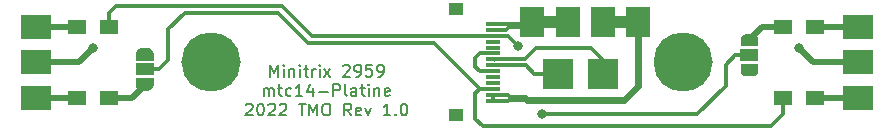
<source format=gtl>
%TF.GenerationSoftware,KiCad,Pcbnew,(5.1.10-1-10_14)*%
%TF.CreationDate,2022-10-05T19:31:58+02:00*%
%TF.ProjectId,MTX2959,4d545832-3935-4392-9e6b-696361645f70,1.0*%
%TF.SameCoordinates,Original*%
%TF.FileFunction,Copper,L1,Top*%
%TF.FilePolarity,Positive*%
%FSLAX46Y46*%
G04 Gerber Fmt 4.6, Leading zero omitted, Abs format (unit mm)*
G04 Created by KiCad (PCBNEW (5.1.10-1-10_14)) date 2022-10-05 19:31:58*
%MOMM*%
%LPD*%
G01*
G04 APERTURE LIST*
%TA.AperFunction,NonConductor*%
%ADD10C,0.150000*%
%TD*%
%TA.AperFunction,SMDPad,CuDef*%
%ADD11R,1.150000X1.100000*%
%TD*%
%TA.AperFunction,SMDPad,CuDef*%
%ADD12R,1.250000X0.300000*%
%TD*%
%TA.AperFunction,SMDPad,CuDef*%
%ADD13C,0.150000*%
%TD*%
%TA.AperFunction,SMDPad,CuDef*%
%ADD14R,1.500000X1.000000*%
%TD*%
%TA.AperFunction,SMDPad,CuDef*%
%ADD15R,1.500000X1.300000*%
%TD*%
%TA.AperFunction,SMDPad,CuDef*%
%ADD16R,2.000000X2.500000*%
%TD*%
%TA.AperFunction,SMDPad,CuDef*%
%ADD17R,2.500000X2.500000*%
%TD*%
%TA.AperFunction,SMDPad,CuDef*%
%ADD18R,2.500000X2.000000*%
%TD*%
%TA.AperFunction,ComponentPad*%
%ADD19C,5.000000*%
%TD*%
%TA.AperFunction,ViaPad*%
%ADD20C,0.800000*%
%TD*%
%TA.AperFunction,Conductor*%
%ADD21C,0.250000*%
%TD*%
%TA.AperFunction,Conductor*%
%ADD22C,1.000000*%
%TD*%
%TA.AperFunction,Conductor*%
%ADD23C,0.300000*%
%TD*%
%TA.AperFunction,Conductor*%
%ADD24C,0.500000*%
%TD*%
%TA.AperFunction,Conductor*%
%ADD25C,0.600000*%
%TD*%
G04 APERTURE END LIST*
D10*
X97014285Y-87202380D02*
X97014285Y-86202380D01*
X97347619Y-86916666D01*
X97680952Y-86202380D01*
X97680952Y-87202380D01*
X98157142Y-87202380D02*
X98157142Y-86535714D01*
X98157142Y-86202380D02*
X98109523Y-86250000D01*
X98157142Y-86297619D01*
X98204761Y-86250000D01*
X98157142Y-86202380D01*
X98157142Y-86297619D01*
X98633333Y-86535714D02*
X98633333Y-87202380D01*
X98633333Y-86630952D02*
X98680952Y-86583333D01*
X98776190Y-86535714D01*
X98919047Y-86535714D01*
X99014285Y-86583333D01*
X99061904Y-86678571D01*
X99061904Y-87202380D01*
X99538095Y-87202380D02*
X99538095Y-86535714D01*
X99538095Y-86202380D02*
X99490476Y-86250000D01*
X99538095Y-86297619D01*
X99585714Y-86250000D01*
X99538095Y-86202380D01*
X99538095Y-86297619D01*
X99871428Y-86535714D02*
X100252380Y-86535714D01*
X100014285Y-86202380D02*
X100014285Y-87059523D01*
X100061904Y-87154761D01*
X100157142Y-87202380D01*
X100252380Y-87202380D01*
X100585714Y-87202380D02*
X100585714Y-86535714D01*
X100585714Y-86726190D02*
X100633333Y-86630952D01*
X100680952Y-86583333D01*
X100776190Y-86535714D01*
X100871428Y-86535714D01*
X101204761Y-87202380D02*
X101204761Y-86535714D01*
X101204761Y-86202380D02*
X101157142Y-86250000D01*
X101204761Y-86297619D01*
X101252380Y-86250000D01*
X101204761Y-86202380D01*
X101204761Y-86297619D01*
X101585714Y-87202380D02*
X102109523Y-86535714D01*
X101585714Y-86535714D02*
X102109523Y-87202380D01*
X103204761Y-86297619D02*
X103252380Y-86250000D01*
X103347619Y-86202380D01*
X103585714Y-86202380D01*
X103680952Y-86250000D01*
X103728571Y-86297619D01*
X103776190Y-86392857D01*
X103776190Y-86488095D01*
X103728571Y-86630952D01*
X103157142Y-87202380D01*
X103776190Y-87202380D01*
X104252380Y-87202380D02*
X104442857Y-87202380D01*
X104538095Y-87154761D01*
X104585714Y-87107142D01*
X104680952Y-86964285D01*
X104728571Y-86773809D01*
X104728571Y-86392857D01*
X104680952Y-86297619D01*
X104633333Y-86250000D01*
X104538095Y-86202380D01*
X104347619Y-86202380D01*
X104252380Y-86250000D01*
X104204761Y-86297619D01*
X104157142Y-86392857D01*
X104157142Y-86630952D01*
X104204761Y-86726190D01*
X104252380Y-86773809D01*
X104347619Y-86821428D01*
X104538095Y-86821428D01*
X104633333Y-86773809D01*
X104680952Y-86726190D01*
X104728571Y-86630952D01*
X105633333Y-86202380D02*
X105157142Y-86202380D01*
X105109523Y-86678571D01*
X105157142Y-86630952D01*
X105252380Y-86583333D01*
X105490476Y-86583333D01*
X105585714Y-86630952D01*
X105633333Y-86678571D01*
X105680952Y-86773809D01*
X105680952Y-87011904D01*
X105633333Y-87107142D01*
X105585714Y-87154761D01*
X105490476Y-87202380D01*
X105252380Y-87202380D01*
X105157142Y-87154761D01*
X105109523Y-87107142D01*
X106157142Y-87202380D02*
X106347619Y-87202380D01*
X106442857Y-87154761D01*
X106490476Y-87107142D01*
X106585714Y-86964285D01*
X106633333Y-86773809D01*
X106633333Y-86392857D01*
X106585714Y-86297619D01*
X106538095Y-86250000D01*
X106442857Y-86202380D01*
X106252380Y-86202380D01*
X106157142Y-86250000D01*
X106109523Y-86297619D01*
X106061904Y-86392857D01*
X106061904Y-86630952D01*
X106109523Y-86726190D01*
X106157142Y-86773809D01*
X106252380Y-86821428D01*
X106442857Y-86821428D01*
X106538095Y-86773809D01*
X106585714Y-86726190D01*
X106633333Y-86630952D01*
X96466666Y-88852380D02*
X96466666Y-88185714D01*
X96466666Y-88280952D02*
X96514285Y-88233333D01*
X96609523Y-88185714D01*
X96752380Y-88185714D01*
X96847619Y-88233333D01*
X96895238Y-88328571D01*
X96895238Y-88852380D01*
X96895238Y-88328571D02*
X96942857Y-88233333D01*
X97038095Y-88185714D01*
X97180952Y-88185714D01*
X97276190Y-88233333D01*
X97323809Y-88328571D01*
X97323809Y-88852380D01*
X97657142Y-88185714D02*
X98038095Y-88185714D01*
X97800000Y-87852380D02*
X97800000Y-88709523D01*
X97847619Y-88804761D01*
X97942857Y-88852380D01*
X98038095Y-88852380D01*
X98800000Y-88804761D02*
X98704761Y-88852380D01*
X98514285Y-88852380D01*
X98419047Y-88804761D01*
X98371428Y-88757142D01*
X98323809Y-88661904D01*
X98323809Y-88376190D01*
X98371428Y-88280952D01*
X98419047Y-88233333D01*
X98514285Y-88185714D01*
X98704761Y-88185714D01*
X98800000Y-88233333D01*
X99752380Y-88852380D02*
X99180952Y-88852380D01*
X99466666Y-88852380D02*
X99466666Y-87852380D01*
X99371428Y-87995238D01*
X99276190Y-88090476D01*
X99180952Y-88138095D01*
X100609523Y-88185714D02*
X100609523Y-88852380D01*
X100371428Y-87804761D02*
X100133333Y-88519047D01*
X100752380Y-88519047D01*
X101133333Y-88471428D02*
X101895238Y-88471428D01*
X102371428Y-88852380D02*
X102371428Y-87852380D01*
X102752380Y-87852380D01*
X102847619Y-87900000D01*
X102895238Y-87947619D01*
X102942857Y-88042857D01*
X102942857Y-88185714D01*
X102895238Y-88280952D01*
X102847619Y-88328571D01*
X102752380Y-88376190D01*
X102371428Y-88376190D01*
X103514285Y-88852380D02*
X103419047Y-88804761D01*
X103371428Y-88709523D01*
X103371428Y-87852380D01*
X104323809Y-88852380D02*
X104323809Y-88328571D01*
X104276190Y-88233333D01*
X104180952Y-88185714D01*
X103990476Y-88185714D01*
X103895238Y-88233333D01*
X104323809Y-88804761D02*
X104228571Y-88852380D01*
X103990476Y-88852380D01*
X103895238Y-88804761D01*
X103847619Y-88709523D01*
X103847619Y-88614285D01*
X103895238Y-88519047D01*
X103990476Y-88471428D01*
X104228571Y-88471428D01*
X104323809Y-88423809D01*
X104657142Y-88185714D02*
X105038095Y-88185714D01*
X104800000Y-87852380D02*
X104800000Y-88709523D01*
X104847619Y-88804761D01*
X104942857Y-88852380D01*
X105038095Y-88852380D01*
X105371428Y-88852380D02*
X105371428Y-88185714D01*
X105371428Y-87852380D02*
X105323809Y-87900000D01*
X105371428Y-87947619D01*
X105419047Y-87900000D01*
X105371428Y-87852380D01*
X105371428Y-87947619D01*
X105847619Y-88185714D02*
X105847619Y-88852380D01*
X105847619Y-88280952D02*
X105895238Y-88233333D01*
X105990476Y-88185714D01*
X106133333Y-88185714D01*
X106228571Y-88233333D01*
X106276190Y-88328571D01*
X106276190Y-88852380D01*
X107133333Y-88804761D02*
X107038095Y-88852380D01*
X106847619Y-88852380D01*
X106752380Y-88804761D01*
X106704761Y-88709523D01*
X106704761Y-88328571D01*
X106752380Y-88233333D01*
X106847619Y-88185714D01*
X107038095Y-88185714D01*
X107133333Y-88233333D01*
X107180952Y-88328571D01*
X107180952Y-88423809D01*
X106704761Y-88519047D01*
X94966666Y-89597619D02*
X95014285Y-89550000D01*
X95109523Y-89502380D01*
X95347619Y-89502380D01*
X95442857Y-89550000D01*
X95490476Y-89597619D01*
X95538095Y-89692857D01*
X95538095Y-89788095D01*
X95490476Y-89930952D01*
X94919047Y-90502380D01*
X95538095Y-90502380D01*
X96157142Y-89502380D02*
X96252380Y-89502380D01*
X96347619Y-89550000D01*
X96395238Y-89597619D01*
X96442857Y-89692857D01*
X96490476Y-89883333D01*
X96490476Y-90121428D01*
X96442857Y-90311904D01*
X96395238Y-90407142D01*
X96347619Y-90454761D01*
X96252380Y-90502380D01*
X96157142Y-90502380D01*
X96061904Y-90454761D01*
X96014285Y-90407142D01*
X95966666Y-90311904D01*
X95919047Y-90121428D01*
X95919047Y-89883333D01*
X95966666Y-89692857D01*
X96014285Y-89597619D01*
X96061904Y-89550000D01*
X96157142Y-89502380D01*
X96871428Y-89597619D02*
X96919047Y-89550000D01*
X97014285Y-89502380D01*
X97252380Y-89502380D01*
X97347619Y-89550000D01*
X97395238Y-89597619D01*
X97442857Y-89692857D01*
X97442857Y-89788095D01*
X97395238Y-89930952D01*
X96823809Y-90502380D01*
X97442857Y-90502380D01*
X97823809Y-89597619D02*
X97871428Y-89550000D01*
X97966666Y-89502380D01*
X98204761Y-89502380D01*
X98300000Y-89550000D01*
X98347619Y-89597619D01*
X98395238Y-89692857D01*
X98395238Y-89788095D01*
X98347619Y-89930952D01*
X97776190Y-90502380D01*
X98395238Y-90502380D01*
X99442857Y-89502380D02*
X100014285Y-89502380D01*
X99728571Y-90502380D02*
X99728571Y-89502380D01*
X100347619Y-90502380D02*
X100347619Y-89502380D01*
X100680952Y-90216666D01*
X101014285Y-89502380D01*
X101014285Y-90502380D01*
X101680952Y-89502380D02*
X101871428Y-89502380D01*
X101966666Y-89550000D01*
X102061904Y-89645238D01*
X102109523Y-89835714D01*
X102109523Y-90169047D01*
X102061904Y-90359523D01*
X101966666Y-90454761D01*
X101871428Y-90502380D01*
X101680952Y-90502380D01*
X101585714Y-90454761D01*
X101490476Y-90359523D01*
X101442857Y-90169047D01*
X101442857Y-89835714D01*
X101490476Y-89645238D01*
X101585714Y-89550000D01*
X101680952Y-89502380D01*
X103871428Y-90502380D02*
X103538095Y-90026190D01*
X103300000Y-90502380D02*
X103300000Y-89502380D01*
X103680952Y-89502380D01*
X103776190Y-89550000D01*
X103823809Y-89597619D01*
X103871428Y-89692857D01*
X103871428Y-89835714D01*
X103823809Y-89930952D01*
X103776190Y-89978571D01*
X103680952Y-90026190D01*
X103300000Y-90026190D01*
X104680952Y-90454761D02*
X104585714Y-90502380D01*
X104395238Y-90502380D01*
X104300000Y-90454761D01*
X104252380Y-90359523D01*
X104252380Y-89978571D01*
X104300000Y-89883333D01*
X104395238Y-89835714D01*
X104585714Y-89835714D01*
X104680952Y-89883333D01*
X104728571Y-89978571D01*
X104728571Y-90073809D01*
X104252380Y-90169047D01*
X105061904Y-89835714D02*
X105300000Y-90502380D01*
X105538095Y-89835714D01*
X107204761Y-90502380D02*
X106633333Y-90502380D01*
X106919047Y-90502380D02*
X106919047Y-89502380D01*
X106823809Y-89645238D01*
X106728571Y-89740476D01*
X106633333Y-89788095D01*
X107633333Y-90407142D02*
X107680952Y-90454761D01*
X107633333Y-90502380D01*
X107585714Y-90454761D01*
X107633333Y-90407142D01*
X107633333Y-90502380D01*
X108300000Y-89502380D02*
X108395238Y-89502380D01*
X108490476Y-89550000D01*
X108538095Y-89597619D01*
X108585714Y-89692857D01*
X108633333Y-89883333D01*
X108633333Y-90121428D01*
X108585714Y-90311904D01*
X108538095Y-90407142D01*
X108490476Y-90454761D01*
X108395238Y-90502380D01*
X108300000Y-90502380D01*
X108204761Y-90454761D01*
X108157142Y-90407142D01*
X108109523Y-90311904D01*
X108061904Y-90121428D01*
X108061904Y-89883333D01*
X108109523Y-89692857D01*
X108157142Y-89597619D01*
X108204761Y-89550000D01*
X108300000Y-89502380D01*
D11*
%TO.P,J1,16*%
%TO.N,N/C*%
X112795000Y-81500000D03*
%TO.P,J1,15*%
X112795000Y-90500000D03*
D12*
%TO.P,J1,14*%
%TO.N,G1*%
X115905000Y-89250000D03*
%TO.P,J1,13*%
X115905000Y-88750000D03*
%TO.P,J1,12*%
%TO.N,LR*%
X115905000Y-88250000D03*
%TO.P,J1,11*%
%TO.N,N/C*%
X115905000Y-87750000D03*
%TO.P,J1,10*%
X115905000Y-87250000D03*
%TO.P,J1,9*%
%TO.N,GND*%
X115905000Y-86750000D03*
%TO.P,J1,8*%
%TO.N,M1*%
X115905000Y-86250000D03*
%TO.P,J1,7*%
%TO.N,M2*%
X115905000Y-85750000D03*
%TO.P,J1,6*%
%TO.N,GND*%
X115905000Y-85250000D03*
%TO.P,J1,5*%
%TO.N,N/C*%
X115905000Y-84750000D03*
%TO.P,J1,4*%
X115905000Y-84250000D03*
%TO.P,J1,3*%
%TO.N,LV*%
X115905000Y-83750000D03*
%TO.P,J1,2*%
%TO.N,G2*%
X115905000Y-83250000D03*
%TO.P,J1,1*%
X115900000Y-82750000D03*
%TD*%
%TA.AperFunction,SMDPad,CuDef*%
D13*
%TO.P,JP1,1*%
%TO.N,Net-(JP1-Pad1)*%
G36*
X136850000Y-84650000D02*
G01*
X136850000Y-84100000D01*
X136850602Y-84100000D01*
X136850602Y-84075466D01*
X136855412Y-84026635D01*
X136864984Y-83978510D01*
X136879228Y-83931555D01*
X136898005Y-83886222D01*
X136921136Y-83842949D01*
X136948396Y-83802150D01*
X136979524Y-83764221D01*
X137014221Y-83729524D01*
X137052150Y-83698396D01*
X137092949Y-83671136D01*
X137136222Y-83648005D01*
X137181555Y-83629228D01*
X137228510Y-83614984D01*
X137276635Y-83605412D01*
X137325466Y-83600602D01*
X137350000Y-83600602D01*
X137350000Y-83600000D01*
X137850000Y-83600000D01*
X137850000Y-83600602D01*
X137874534Y-83600602D01*
X137923365Y-83605412D01*
X137971490Y-83614984D01*
X138018445Y-83629228D01*
X138063778Y-83648005D01*
X138107051Y-83671136D01*
X138147850Y-83698396D01*
X138185779Y-83729524D01*
X138220476Y-83764221D01*
X138251604Y-83802150D01*
X138278864Y-83842949D01*
X138301995Y-83886222D01*
X138320772Y-83931555D01*
X138335016Y-83978510D01*
X138344588Y-84026635D01*
X138349398Y-84075466D01*
X138349398Y-84100000D01*
X138350000Y-84100000D01*
X138350000Y-84650000D01*
X136850000Y-84650000D01*
G37*
%TD.AperFunction*%
%TA.AperFunction,SMDPad,CuDef*%
%TO.P,JP1,3*%
%TO.N,Net-(J31-Pad1)*%
G36*
X138349398Y-86700000D02*
G01*
X138349398Y-86724534D01*
X138344588Y-86773365D01*
X138335016Y-86821490D01*
X138320772Y-86868445D01*
X138301995Y-86913778D01*
X138278864Y-86957051D01*
X138251604Y-86997850D01*
X138220476Y-87035779D01*
X138185779Y-87070476D01*
X138147850Y-87101604D01*
X138107051Y-87128864D01*
X138063778Y-87151995D01*
X138018445Y-87170772D01*
X137971490Y-87185016D01*
X137923365Y-87194588D01*
X137874534Y-87199398D01*
X137850000Y-87199398D01*
X137850000Y-87200000D01*
X137350000Y-87200000D01*
X137350000Y-87199398D01*
X137325466Y-87199398D01*
X137276635Y-87194588D01*
X137228510Y-87185016D01*
X137181555Y-87170772D01*
X137136222Y-87151995D01*
X137092949Y-87128864D01*
X137052150Y-87101604D01*
X137014221Y-87070476D01*
X136979524Y-87035779D01*
X136948396Y-86997850D01*
X136921136Y-86957051D01*
X136898005Y-86913778D01*
X136879228Y-86868445D01*
X136864984Y-86821490D01*
X136855412Y-86773365D01*
X136850602Y-86724534D01*
X136850602Y-86700000D01*
X136850000Y-86700000D01*
X136850000Y-86150000D01*
X138350000Y-86150000D01*
X138350000Y-86700000D01*
X138349398Y-86700000D01*
G37*
%TD.AperFunction*%
D14*
%TO.P,JP1,2*%
%TO.N,LV*%
X137600000Y-85400000D03*
%TD*%
%TO.P,JP2,2*%
%TO.N,LR*%
X86400000Y-86600000D03*
%TA.AperFunction,SMDPad,CuDef*%
D13*
%TO.P,JP2,3*%
%TO.N,Net-(JP2-Pad3)*%
G36*
X87149398Y-87900000D02*
G01*
X87149398Y-87924534D01*
X87144588Y-87973365D01*
X87135016Y-88021490D01*
X87120772Y-88068445D01*
X87101995Y-88113778D01*
X87078864Y-88157051D01*
X87051604Y-88197850D01*
X87020476Y-88235779D01*
X86985779Y-88270476D01*
X86947850Y-88301604D01*
X86907051Y-88328864D01*
X86863778Y-88351995D01*
X86818445Y-88370772D01*
X86771490Y-88385016D01*
X86723365Y-88394588D01*
X86674534Y-88399398D01*
X86650000Y-88399398D01*
X86650000Y-88400000D01*
X86150000Y-88400000D01*
X86150000Y-88399398D01*
X86125466Y-88399398D01*
X86076635Y-88394588D01*
X86028510Y-88385016D01*
X85981555Y-88370772D01*
X85936222Y-88351995D01*
X85892949Y-88328864D01*
X85852150Y-88301604D01*
X85814221Y-88270476D01*
X85779524Y-88235779D01*
X85748396Y-88197850D01*
X85721136Y-88157051D01*
X85698005Y-88113778D01*
X85679228Y-88068445D01*
X85664984Y-88021490D01*
X85655412Y-87973365D01*
X85650602Y-87924534D01*
X85650602Y-87900000D01*
X85650000Y-87900000D01*
X85650000Y-87350000D01*
X87150000Y-87350000D01*
X87150000Y-87900000D01*
X87149398Y-87900000D01*
G37*
%TD.AperFunction*%
%TA.AperFunction,SMDPad,CuDef*%
%TO.P,JP2,1*%
%TO.N,Net-(J41-Pad1)*%
G36*
X85650000Y-85850000D02*
G01*
X85650000Y-85300000D01*
X85650602Y-85300000D01*
X85650602Y-85275466D01*
X85655412Y-85226635D01*
X85664984Y-85178510D01*
X85679228Y-85131555D01*
X85698005Y-85086222D01*
X85721136Y-85042949D01*
X85748396Y-85002150D01*
X85779524Y-84964221D01*
X85814221Y-84929524D01*
X85852150Y-84898396D01*
X85892949Y-84871136D01*
X85936222Y-84848005D01*
X85981555Y-84829228D01*
X86028510Y-84814984D01*
X86076635Y-84805412D01*
X86125466Y-84800602D01*
X86150000Y-84800602D01*
X86150000Y-84800000D01*
X86650000Y-84800000D01*
X86650000Y-84800602D01*
X86674534Y-84800602D01*
X86723365Y-84805412D01*
X86771490Y-84814984D01*
X86818445Y-84829228D01*
X86863778Y-84848005D01*
X86907051Y-84871136D01*
X86947850Y-84898396D01*
X86985779Y-84929524D01*
X87020476Y-84964221D01*
X87051604Y-85002150D01*
X87078864Y-85042949D01*
X87101995Y-85086222D01*
X87120772Y-85131555D01*
X87135016Y-85178510D01*
X87144588Y-85226635D01*
X87149398Y-85275466D01*
X87149398Y-85300000D01*
X87150000Y-85300000D01*
X87150000Y-85850000D01*
X85650000Y-85850000D01*
G37*
%TD.AperFunction*%
%TD*%
D15*
%TO.P,R1,2*%
%TO.N,Net-(J32-Pad1)*%
X143150000Y-83000000D03*
%TO.P,R1,1*%
%TO.N,Net-(JP1-Pad1)*%
X140450000Y-83000000D03*
%TD*%
%TO.P,R2,1*%
%TO.N,LR*%
X140450000Y-89000000D03*
%TO.P,R2,2*%
%TO.N,Net-(J34-Pad1)*%
X143150000Y-89000000D03*
%TD*%
%TO.P,R3,2*%
%TO.N,Net-(J42-Pad1)*%
X80650000Y-89000000D03*
%TO.P,R3,1*%
%TO.N,Net-(JP2-Pad3)*%
X83350000Y-89000000D03*
%TD*%
%TO.P,R4,1*%
%TO.N,LV*%
X83350000Y-83000000D03*
%TO.P,R4,2*%
%TO.N,Net-(J44-Pad1)*%
X80650000Y-83000000D03*
%TD*%
D16*
%TO.P,J11,1*%
%TO.N,G1*%
X125200000Y-82600000D03*
%TD*%
%TO.P,J12,1*%
%TO.N,G1*%
X128200000Y-82600000D03*
%TD*%
%TO.P,J13,1*%
%TO.N,G2*%
X119200000Y-82600000D03*
%TD*%
%TO.P,J14,1*%
%TO.N,G2*%
X122200000Y-82600000D03*
%TD*%
D17*
%TO.P,J21,1*%
%TO.N,M1*%
X121400000Y-87000000D03*
%TD*%
%TO.P,J22,1*%
%TO.N,M2*%
X125200000Y-87000000D03*
%TD*%
D18*
%TO.P,J32,1*%
%TO.N,Net-(J32-Pad1)*%
X146800000Y-83000000D03*
%TD*%
%TO.P,J33,1*%
%TO.N,G2*%
X146800000Y-86000000D03*
%TD*%
%TO.P,J34,1*%
%TO.N,Net-(J34-Pad1)*%
X146800000Y-89000000D03*
%TD*%
%TO.P,J42,1*%
%TO.N,Net-(J42-Pad1)*%
X77200000Y-89000000D03*
%TD*%
%TO.P,J43,1*%
%TO.N,G2*%
X77200000Y-86000000D03*
%TD*%
%TO.P,J44,1*%
%TO.N,Net-(J44-Pad1)*%
X77200000Y-83000000D03*
%TD*%
D19*
%TO.P,H1,1*%
%TO.N,G2*%
X132000000Y-86000000D03*
%TD*%
%TO.P,H2,1*%
%TO.N,G2*%
X92000000Y-86000000D03*
%TD*%
D20*
%TO.N,G2*%
X94100000Y-86000000D03*
X89900000Y-86000000D03*
X129900000Y-86000000D03*
X134100000Y-86000000D03*
X122200000Y-82600000D03*
X119200000Y-82600000D03*
X82000000Y-84800000D03*
X141800000Y-84800000D03*
%TO.N,LV*%
X118000000Y-84599999D03*
X120000002Y-90400000D03*
%TO.N,Net-(J31-Pad1)*%
X137600000Y-86700000D03*
%TO.N,Net-(J41-Pad1)*%
X86400000Y-85400000D03*
%TD*%
D21*
%TO.N,G2*%
X115905000Y-82755000D02*
X115900000Y-82750000D01*
X115900000Y-83245000D02*
X115905000Y-83250000D01*
D22*
X119200000Y-82600000D02*
X122200000Y-82600000D01*
D23*
X119050000Y-82750000D02*
X119200000Y-82600000D01*
X115900000Y-82750000D02*
X119050000Y-82750000D01*
X115905000Y-83250000D02*
X116950000Y-83250000D01*
X116950000Y-83250000D02*
X117200000Y-83000000D01*
X118800000Y-83000000D02*
X119200000Y-82600000D01*
X117200000Y-83000000D02*
X118800000Y-83000000D01*
D24*
X143000000Y-86000000D02*
X141800000Y-84800000D01*
X146800000Y-86000000D02*
X143000000Y-86000000D01*
X80800000Y-86000000D02*
X82000000Y-84800000D01*
X77200000Y-86000000D02*
X80800000Y-86000000D01*
D22*
%TO.N,G1*%
X125200000Y-82600000D02*
X128200000Y-82600000D01*
D23*
X115905000Y-88750000D02*
X115905000Y-89250000D01*
D25*
X127000000Y-89200000D02*
X118800000Y-89200000D01*
X128200000Y-88000000D02*
X127000000Y-89200000D01*
X118600000Y-89000000D02*
X117400000Y-89000000D01*
X118800000Y-89200000D02*
X118600000Y-89000000D01*
X128200000Y-82600000D02*
X128200000Y-88000000D01*
D23*
X117150000Y-88750000D02*
X117400000Y-89000000D01*
X115905000Y-88750000D02*
X117150000Y-88750000D01*
X117150000Y-89250000D02*
X117400000Y-89000000D01*
X115905000Y-89250000D02*
X117150000Y-89250000D01*
D21*
%TO.N,LR*%
X115850000Y-88250000D02*
X115825001Y-88225001D01*
X115905000Y-88250000D02*
X115850000Y-88250000D01*
D23*
X115905000Y-88250000D02*
X114750000Y-88250000D01*
X114400000Y-90800000D02*
X115000000Y-91400000D01*
X139400000Y-91400000D02*
X140450000Y-90350000D01*
X140450000Y-90350000D02*
X140450000Y-89000000D01*
X114400000Y-88600000D02*
X114400000Y-90800000D01*
X115000000Y-91400000D02*
X139400000Y-91400000D01*
X114750000Y-88250000D02*
X114400000Y-88600000D01*
X87625000Y-86600000D02*
X86400000Y-86600000D01*
X88400000Y-85825000D02*
X87625000Y-86600000D01*
X88400000Y-83200000D02*
X88400000Y-85825000D01*
X89800000Y-81800000D02*
X88400000Y-83200000D01*
X97646440Y-81800000D02*
X89800000Y-81800000D01*
X110900000Y-84400000D02*
X100246440Y-84400000D01*
X100246440Y-84400000D02*
X97646440Y-81800000D01*
X114750000Y-88250000D02*
X110900000Y-84400000D01*
%TO.N,GND*%
X114400000Y-85600000D02*
X114400000Y-86400000D01*
X114750000Y-86750000D02*
X115905000Y-86750000D01*
X114400000Y-86400000D02*
X114750000Y-86750000D01*
X114750000Y-85250000D02*
X114400000Y-85600000D01*
X115905000Y-85250000D02*
X114750000Y-85250000D01*
%TO.N,M1*%
X115905000Y-86250000D02*
X118650000Y-86250000D01*
X118650000Y-86250000D02*
X119400000Y-87000000D01*
X119400000Y-87000000D02*
X121400000Y-87000000D01*
D21*
%TO.N,M2*%
X115950000Y-85750000D02*
X115974999Y-85774999D01*
X115905000Y-85750000D02*
X115950000Y-85750000D01*
D23*
X124200000Y-84800000D02*
X125200000Y-85800000D01*
X119549992Y-84800000D02*
X124200000Y-84800000D01*
X118599992Y-85750000D02*
X119549992Y-84800000D01*
X125200000Y-85800000D02*
X125200000Y-87000000D01*
X115905000Y-85750000D02*
X118599992Y-85750000D01*
D21*
%TO.N,LV*%
X115850000Y-83750000D02*
X115825001Y-83774999D01*
X115905000Y-83750000D02*
X115850000Y-83750000D01*
D23*
X117150001Y-83750000D02*
X118000000Y-84599999D01*
X115905000Y-83750000D02*
X117150001Y-83750000D01*
X135600000Y-86200000D02*
X136400000Y-85400000D01*
X133200000Y-90400000D02*
X135600000Y-88000000D01*
X136400000Y-85400000D02*
X137600000Y-85400000D01*
X135600000Y-88000000D02*
X135600000Y-86200000D01*
X120000002Y-90400000D02*
X133200000Y-90400000D01*
X100550000Y-83750000D02*
X115905000Y-83750000D01*
X83350000Y-81850000D02*
X84000000Y-81200000D01*
X98000000Y-81200000D02*
X100550000Y-83750000D01*
X84000000Y-81200000D02*
X98000000Y-81200000D01*
X83350000Y-83000000D02*
X83350000Y-81850000D01*
D24*
%TO.N,Net-(J32-Pad1)*%
X143150000Y-83000000D02*
X146800000Y-83000000D01*
%TO.N,Net-(J34-Pad1)*%
X143150000Y-89000000D02*
X146800000Y-89000000D01*
%TO.N,Net-(J42-Pad1)*%
X77200000Y-89000000D02*
X80650000Y-89000000D01*
%TO.N,Net-(J44-Pad1)*%
X77200000Y-83000000D02*
X80650000Y-83000000D01*
%TO.N,Net-(JP1-Pad1)*%
X138700000Y-83000000D02*
X137600000Y-84100000D01*
X140450000Y-83000000D02*
X138700000Y-83000000D01*
%TO.N,Net-(JP2-Pad3)*%
X85300000Y-89000000D02*
X86400000Y-87900000D01*
X83350000Y-89000000D02*
X85300000Y-89000000D01*
%TD*%
M02*

</source>
